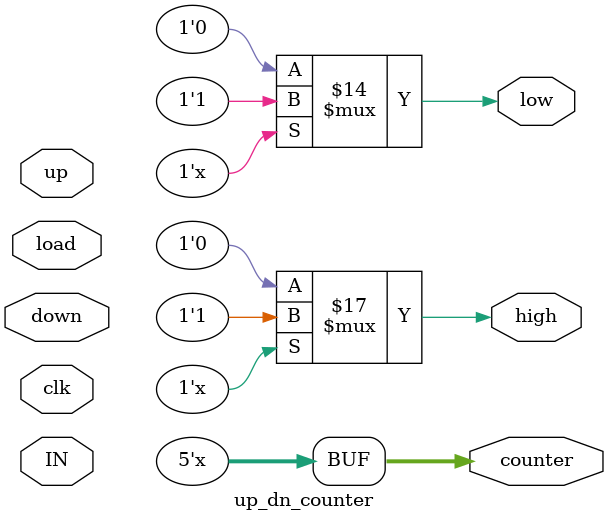
<source format=v>
module up_dn_counter (
  input [4:0] IN,
  input       load,up,down,clk,
  output reg  high,low,
  output reg [4:0] counter );
  reg [4:0] value ;
  
  always @ (posedge clk )
   begin 
     counter<=value;
   end
  always @ (*)
   begin
     if ( load )
       value = IN;
   else if ( down && !low )
       value = value - 5'd1 ;
   else if ( up && !high )
       value = value + 5'd1;
   else
        counter = value ;
   end
   
   always @ (*) 
    begin 
     if ( counter == 5'd31)
        high = 1'd1;
     else
        high = 1'd0;
    end
   always @ (*) 
    begin 
     if ( counter == 5'd0)
         low = 1'd1;
     else
         low = 1'd0;
    end
endmodule      

</source>
